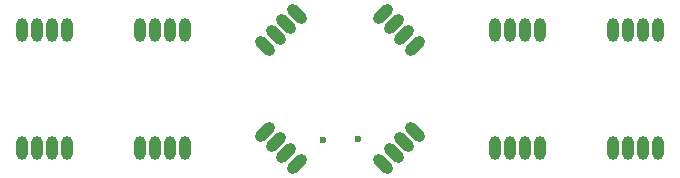
<source format=gbr>
G04 #@! TF.GenerationSoftware,KiCad,Pcbnew,8.0.6*
G04 #@! TF.CreationDate,2025-06-25T21:28:08+01:00*
G04 #@! TF.ProjectId,led-matrix,6c65642d-6d61-4747-9269-782e6b696361,rev?*
G04 #@! TF.SameCoordinates,Original*
G04 #@! TF.FileFunction,Soldermask,Top*
G04 #@! TF.FilePolarity,Negative*
%FSLAX46Y46*%
G04 Gerber Fmt 4.6, Leading zero omitted, Abs format (unit mm)*
G04 Created by KiCad (PCBNEW 8.0.6) date 2025-06-25 21:28:08*
%MOMM*%
%LPD*%
G01*
G04 APERTURE LIST*
G04 Aperture macros list*
%AMHorizOval*
0 Thick line with rounded ends*
0 $1 width*
0 $2 $3 position (X,Y) of the first rounded end (center of the circle)*
0 $4 $5 position (X,Y) of the second rounded end (center of the circle)*
0 Add line between two ends*
20,1,$1,$2,$3,$4,$5,0*
0 Add two circle primitives to create the rounded ends*
1,1,$1,$2,$3*
1,1,$1,$4,$5*%
G04 Aperture macros list end*
%ADD10O,1.000000X2.000000*%
%ADD11HorizOval,1.000000X0.353553X0.353553X-0.353553X-0.353553X0*%
%ADD12HorizOval,1.000000X-0.353553X0.353553X0.353553X-0.353553X0*%
%ADD13C,0.600000*%
G04 APERTURE END LIST*
D10*
X90310000Y-58500000D03*
X89040000Y-58500000D03*
X87770000Y-58500000D03*
X86500000Y-58500000D03*
D11*
X99752038Y-69847038D03*
X98854013Y-68949013D03*
X97955987Y-68050987D03*
X97057962Y-67152962D03*
D10*
X120310000Y-58500000D03*
X119040000Y-58500000D03*
X117770000Y-58500000D03*
X116500000Y-58500000D03*
X120310000Y-68500000D03*
X119040000Y-68500000D03*
X117770000Y-68500000D03*
X116500000Y-68500000D03*
D12*
X109752038Y-67152962D03*
X108854013Y-68050987D03*
X107955987Y-68949013D03*
X107057962Y-69847038D03*
D10*
X80310000Y-58500000D03*
X79040000Y-58500000D03*
X77770000Y-58500000D03*
X76500000Y-58500000D03*
X130310000Y-58500000D03*
X129040000Y-58500000D03*
X127770000Y-58500000D03*
X126500000Y-58500000D03*
X130310000Y-68500000D03*
X129040000Y-68500000D03*
X127770000Y-68500000D03*
X126500000Y-68500000D03*
X80310000Y-68500000D03*
X79040000Y-68500000D03*
X77770000Y-68500000D03*
X76500000Y-68500000D03*
X90310000Y-68500000D03*
X89040000Y-68500000D03*
X87770000Y-68500000D03*
X86500000Y-68500000D03*
D12*
X99752038Y-57152962D03*
X98854013Y-58050987D03*
X97955987Y-58949013D03*
X97057962Y-59847038D03*
D11*
X109752038Y-59847038D03*
X108854013Y-58949013D03*
X107955987Y-58050987D03*
X107057962Y-57152962D03*
D13*
X101950000Y-67850000D03*
X104950000Y-67800000D03*
M02*

</source>
